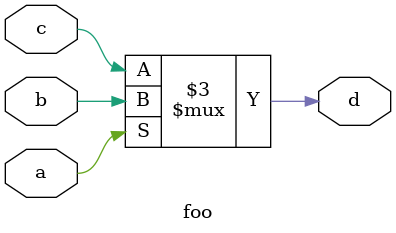
<source format=sv>
module foo(input logic a, input logic b, input logic c, output logic d);
  always_comb
    if (a) begin 
      d = b;
    end else begin
      d = c;
    end
endmodule

</source>
